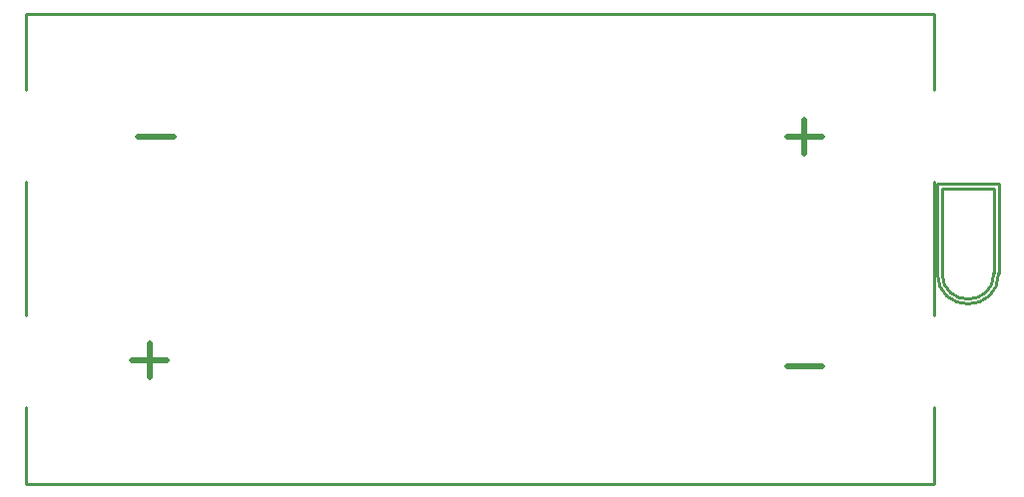
<source format=gbr>
%TF.GenerationSoftware,KiCad,Pcbnew,7.0.5*%
%TF.CreationDate,2024-02-19T22:42:14+08:00*%
%TF.ProjectId,bat_rf,6261745f-7266-42e6-9b69-6361645f7063,rev?*%
%TF.SameCoordinates,Original*%
%TF.FileFunction,Legend,Top*%
%TF.FilePolarity,Positive*%
%FSLAX46Y46*%
G04 Gerber Fmt 4.6, Leading zero omitted, Abs format (unit mm)*
G04 Created by KiCad (PCBNEW 7.0.5) date 2024-02-19 22:42:14*
%MOMM*%
%LPD*%
G01*
G04 APERTURE LIST*
%ADD10C,0.254000*%
%ADD11C,0.500000*%
G04 APERTURE END LIST*
D10*
%TO.C,BT2*%
X126386000Y-91739000D02*
X49424000Y-91739000D01*
X126386000Y-85256000D02*
X126386000Y-91739000D01*
X126386000Y-66156000D02*
X126386000Y-77444000D01*
X126386000Y-51861000D02*
X126386000Y-58344000D01*
D11*
X115405000Y-60850000D02*
X115405000Y-63750000D01*
X113905000Y-81800000D02*
X116905000Y-81800000D01*
X113905000Y-62300000D02*
X116905000Y-62300000D01*
X59905000Y-79850000D02*
X59905000Y-82750000D01*
X58880000Y-62300000D02*
X61930000Y-62300000D01*
X58405000Y-81300000D02*
X61405000Y-81300000D01*
D10*
X49424000Y-91739000D02*
X49424000Y-85256000D01*
X49424000Y-77444000D02*
X49424000Y-66156000D01*
X49424000Y-58344000D02*
X49424000Y-51861000D01*
X49424000Y-51861000D02*
X126386000Y-51861000D01*
%TO.C,J4*%
X131865000Y-66275000D02*
X126665000Y-66275000D01*
X126665000Y-66275000D02*
X126665000Y-73889000D01*
X131465000Y-66675000D02*
X127065000Y-66675000D01*
X131465000Y-66675000D02*
X131465000Y-73375000D01*
X127065000Y-66675000D02*
X127065000Y-73375000D01*
X131465000Y-73375000D02*
X131465000Y-73875000D01*
X127065000Y-73375000D02*
X127065000Y-73876000D01*
X131465000Y-73875000D02*
X131465000Y-73875000D01*
X127065000Y-73876000D02*
X127065000Y-73876000D01*
X131865000Y-73889000D02*
X131865000Y-66275000D01*
X127065000Y-73875000D02*
G75*
G03*
X131465000Y-73875000I2200000J0D01*
G01*
X126665000Y-73889001D02*
G75*
G03*
X131865000Y-73889000I2600000J1D01*
G01*
%TD*%
M02*

</source>
